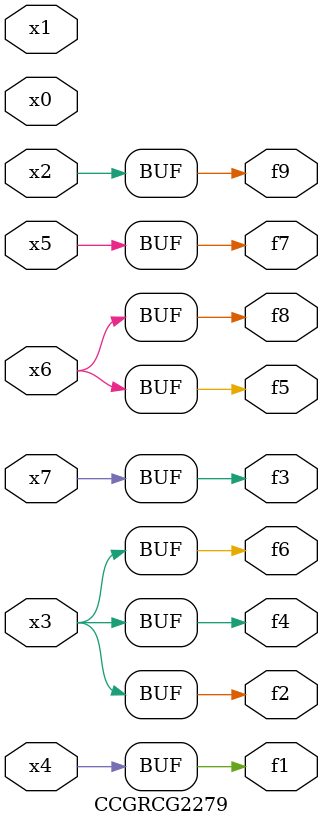
<source format=v>
module CCGRCG2279(
	input x0, x1, x2, x3, x4, x5, x6, x7,
	output f1, f2, f3, f4, f5, f6, f7, f8, f9
);
	assign f1 = x4;
	assign f2 = x3;
	assign f3 = x7;
	assign f4 = x3;
	assign f5 = x6;
	assign f6 = x3;
	assign f7 = x5;
	assign f8 = x6;
	assign f9 = x2;
endmodule

</source>
